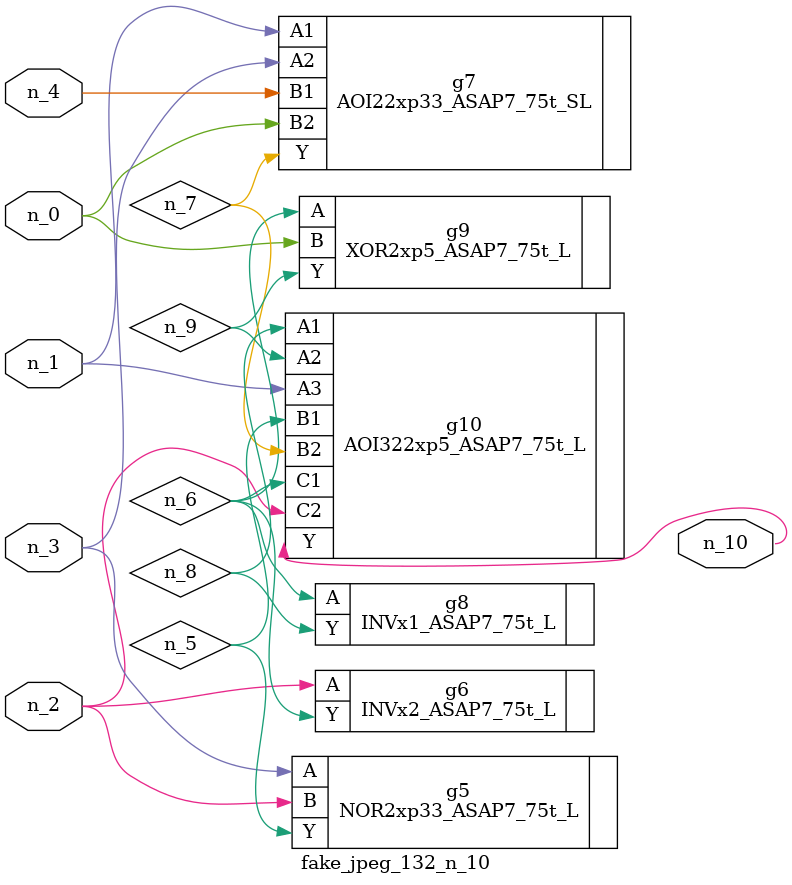
<source format=v>
module fake_jpeg_132_n_10 (n_3, n_2, n_1, n_0, n_4, n_10);

input n_3;
input n_2;
input n_1;
input n_0;
input n_4;

output n_10;

wire n_8;
wire n_9;
wire n_6;
wire n_5;
wire n_7;

NOR2xp33_ASAP7_75t_L g5 ( 
.A(n_3),
.B(n_2),
.Y(n_5)
);

INVx2_ASAP7_75t_L g6 ( 
.A(n_2),
.Y(n_6)
);

AOI22xp33_ASAP7_75t_SL g7 ( 
.A1(n_1),
.A2(n_3),
.B1(n_4),
.B2(n_0),
.Y(n_7)
);

INVx1_ASAP7_75t_L g8 ( 
.A(n_6),
.Y(n_8)
);

AOI322xp5_ASAP7_75t_L g10 ( 
.A1(n_8),
.A2(n_9),
.A3(n_1),
.B1(n_5),
.B2(n_7),
.C1(n_6),
.C2(n_2),
.Y(n_10)
);

XOR2xp5_ASAP7_75t_L g9 ( 
.A(n_6),
.B(n_0),
.Y(n_9)
);


endmodule
</source>
